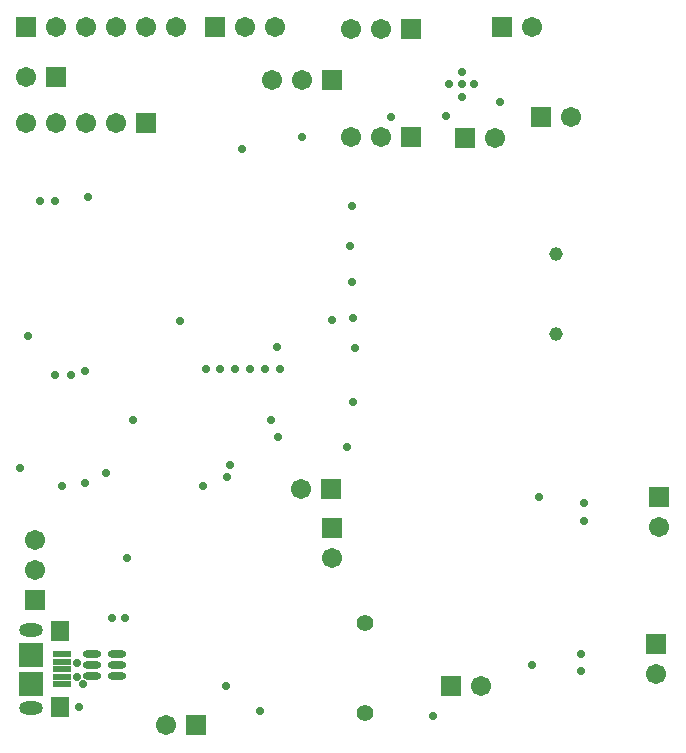
<source format=gbs>
%FSTAX23Y23*%
%MOIN*%
%SFA1B1*%

%IPPOS*%
%ADD66R,0.067060X0.067060*%
%ADD67C,0.067060*%
%ADD68C,0.045400*%
%ADD69R,0.067060X0.067060*%
%ADD70C,0.027690*%
%ADD71O,0.078870X0.043430*%
%ADD72C,0.055240*%
%ADD89O,0.061150X0.025720*%
%ADD90R,0.061150X0.023750*%
%ADD91R,0.063120X0.070990*%
%ADD92R,0.082800X0.082800*%
%LNsolears_v1-1*%
%LPD*%
G54D66*
X0163Y01095D03*
X01065Y0342D03*
X02781Y0312D03*
X0248Y01225D03*
X02526Y0305D03*
X02346Y03415D03*
X02651Y0342D03*
X01695D03*
X02346Y03055D03*
X02085Y03245D03*
X0208Y0188D03*
X01465Y031D03*
X01165Y03255D03*
G54D67*
X0153Y01095D03*
X01165Y0342D03*
X01265D03*
X01365D03*
X01465D03*
X01565D03*
X02881Y0312D03*
X02085Y0165D03*
X0258Y01225D03*
X02626Y0305D03*
X01095Y0171D03*
Y0161D03*
X02246Y03415D03*
X02146D03*
X02751Y0342D03*
X01795D03*
X01895D03*
X02246Y03055D03*
X02146D03*
X03165Y01265D03*
X01985Y03245D03*
X01885D03*
X0198Y0188D03*
X03175Y01755D03*
X01065Y031D03*
X01165D03*
X01265D03*
X01365D03*
X01065Y03255D03*
G54D68*
X0283Y02397D03*
Y02665D03*
G54D69*
X02085Y0175D03*
X01095Y0151D03*
X03165Y01365D03*
X03175Y01855D03*
G54D70*
X01079Y01151D03*
Y01411D03*
X014Y0165D03*
X01395Y0145D03*
X0135D03*
X01985Y03055D03*
X01239Y01155D03*
X01905Y02055D03*
X0188Y0211D03*
X02465Y03125D03*
X0142Y0211D03*
X01845Y0114D03*
X0173Y01225D03*
X0127Y02855D03*
X02645Y0317D03*
X0228Y0312D03*
X01785Y03015D03*
X02135Y0202D03*
X02155Y0217D03*
X0216Y0235D03*
X02155Y0245D03*
X0215Y0257D03*
X02145Y0269D03*
X0215Y02825D03*
X02085Y02445D03*
X01577Y02442D03*
X019Y02355D03*
X0126Y02275D03*
X0107Y0239D03*
X0242Y01125D03*
X01045Y0195D03*
X0186Y0228D03*
X0181D03*
X0191D03*
X0176D03*
X01665D03*
X0171D03*
X01735Y0192D03*
X0133Y01935D03*
X01745Y0196D03*
X01655Y0189D03*
X0126Y019D03*
X01185Y0189D03*
X0111Y0284D03*
X0116D03*
X01215Y0226D03*
X0116D03*
X02925Y01775D03*
Y01835D03*
X02775Y01855D03*
X02912Y0133D03*
X02915Y01275D03*
X0275Y01295D03*
X01255Y0123D03*
X01235Y013D03*
Y01255D03*
X02516Y03188D03*
Y03271D03*
X02475Y0323D03*
X02557D03*
X02516D03*
G54D71*
X01079Y01151D03*
Y01411D03*
G54D72*
X02195Y01435D03*
Y01135D03*
G54D89*
X01367Y01332D03*
Y01295D03*
Y01257D03*
X01282Y01332D03*
Y01295D03*
Y01257D03*
G54D90*
X01185Y0123D03*
Y01255D03*
Y01281D03*
Y01306D03*
Y01332D03*
G54D91*
X01176Y01155D03*
Y01407D03*
G54D92*
X01079Y01233D03*
Y01328D03*
M02*
</source>
